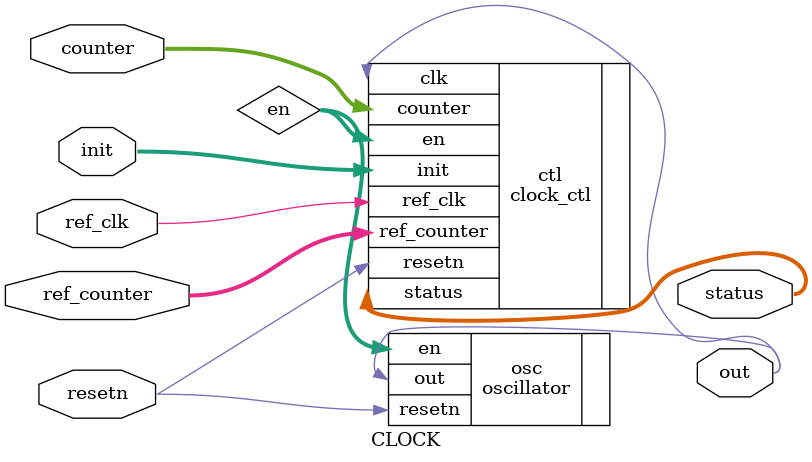
<source format=v>
`timescale 1ns/1ps

module CLOCK
(
	input         resetn,

	input         ref_clk,
	input [15:0]  ref_counter,

	input [ 8:0]  init,
	input [15:0]  counter,
	output        out,

	output [2:0]  status
);

	wire [511:0] en;

	oscillator osc
	(
		.resetn(resetn),
		.en(en),
		.out(out)
	);

	clock_ctl ctl
	(
		.resetn(resetn),
		.ref_clk(ref_clk),
		.ref_counter(ref_counter),
		.init(init),
		.counter(counter),
		.clk(out),
		.status(status),
		.en(en)
	);

endmodule

</source>
